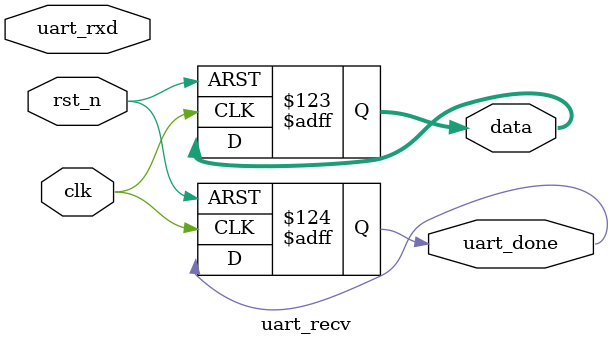
<source format=v>


module uart_recv(
	
	input clk,					//时钟
	input rst_n,				//复位
	
	input uart_rxd,			//串口接收
	output reg [7:0]data,	//接收的一帧数据 8bit
	output reg uart_done		//接收一阵数据完成标志
	
	);

	
reg  uart_rxd1;	
wire  start_flag;

reg  [3:0]recv_cnt;			//接收计数
reg  [15:0]clk_cnt;			//波特率计数器

	
//波特率计数值计算	
parameter  CLK_FREQ =  50000000;
parameter  UART_BPS =  9600;
localparam BPS_CNT  = CLK_FREQ/UART_BPS;

reg current_state;			//当前状态
reg next_state;				//下个状态

parameter IDLE 	  = 0; 
parameter RECV 	  = 1; 	
parameter RECV_DONE = 2;

//***********************************************************************
// 三段式状态机
// 第一段描述当前状态
// 第二段描述下一个状态
// 第三段描述输出
//***********************************************************************

//第一段 当前状态
always @(posedge clk or negedge rst_n) begin
	if (!rst_n)
		current_state <= IDLE;
	else 
		current_state <= next_state;
end

//BPS_CNT计数
always @(posedge clk or negedge rst_n) begin
	if (!rst_n) begin
		clk_cnt  <= 16'd0;
	end
	else begin
		if (current_state == RECV) begin
			if (clk_cnt < BPS_CNT) begin
				clk_cnt <= clk_cnt + 1'b1;
			end
			else begin
				clk_cnt <= clk_cnt;
			end
		end
		else begin
			clk_cnt <= 16'd0;
		end		
	end
	
end


//recv_cnt接收数据个数计数
always @(posedge clk or negedge rst_n) begin
	if (!rst_n) begin
		recv_cnt <= 4'd0;
	end
	else begin
		if (current_state == RECV) begin
			if (clk_cnt == BPS_CNT) begin
				recv_cnt <= recv_cnt + 1'b1;
			end
			else begin
				recv_cnt <= recv_cnt;
			end
		end
		else begin
			recv_cnt <= 4'd0;
		end
	end
end

//第二段 下一个状态
always @(posedge clk or negedge rst_n) begin
	if (!rst_n)
		next_state <= IDLE;
	else begin
		case (current_state)
			IDLE: begin
				//检测到RXD的起始位(下降沿)则进入接收状态
				if (start_flag) begin
					next_state <= RECV;
				end
				else begin
					next_state <= IDLE;
				end
			end
			RECV: begin
				if (recv_cnt == 4'd9) begin
					next_state <= RECV_DONE;
				end
				else begin
					next_state <= RECV;
				end
			end
			RECV_DONE: begin
				if (uart_done) begin
					next_state <= IDLE;
				end
				else begin
					next_state <= RECV_DONE;
				end
			end
			default:;
		endcase
	end
end


//检测rxd的下降沿
assign start_flag =(current_state == IDLE)?(~uart_rxd & uart_rxd1):0;

always @(posedge clk or negedge rst_n) begin
	if (!rst_n) begin
		uart_rxd1 <= 1'b0;
	end
	else begin
		uart_rxd1 <= uart_rxd;
	end
end

reg [7:0]data_rev;

//第三段数据输出
always @(posedge clk or negedge rst_n) begin
	if (!rst_n) begin
		data_rev  <= 8'd0;
		data      <= 8'd0;
		uart_done <= 1'b0;
	end
	else begin
		case (current_state)
			IDLE: begin
				// do no thing
			end
			RECV: begin
				if (clk_cnt == BPS_CNT/2) begin
					case (recv_cnt)
					4'd1: data_rev[0] <= uart_rxd;
					4'd2: data_rev[1] <= uart_rxd;
					4'd3: data_rev[2] <= uart_rxd;
					4'd4: data_rev[3] <= uart_rxd;
					4'd5: data_rev[4] <= uart_rxd;
					4'd6: data_rev[5] <= uart_rxd;
					4'd7: data_rev[6] <= uart_rxd;
					4'd8: data_rev[7] <= uart_rxd;								
				 endcase
				end
			end
			RECV_DONE: begin
					data <= data_rev;
					uart_done <= 1'b1;
			end
			default:;
		endcase
	end
	
end
	
endmodule



</source>
